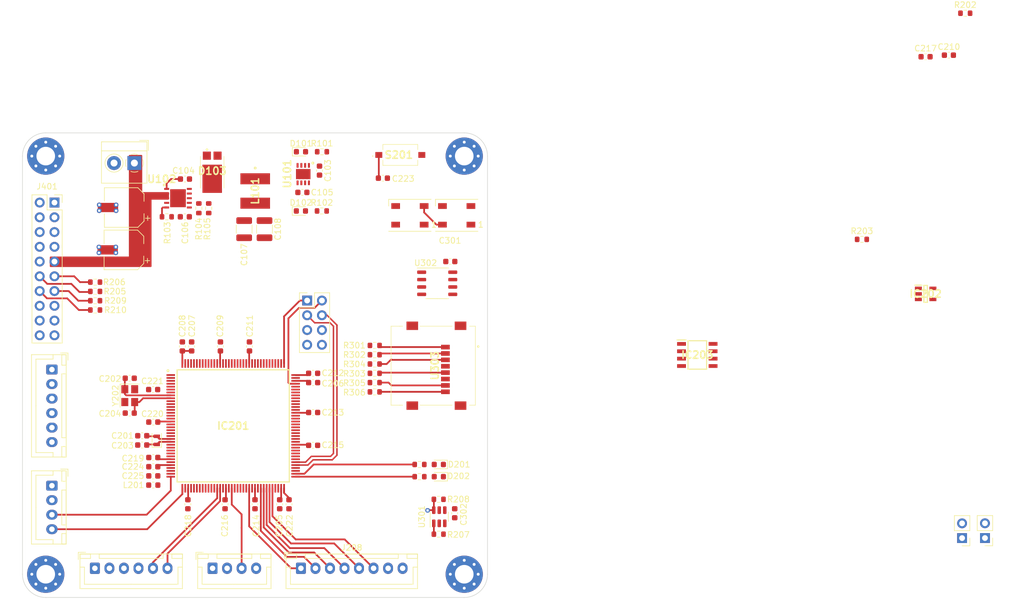
<source format=kicad_pcb>
(kicad_pcb (version 20211014) (generator pcbnew)
  (layers (0 "F.Cu" signal) (1 "In1.Cu" power) (2 "In2.Cu" signal) (31 "B.Cu" power) (34 "B.Paste" user) (35 "F.Paste" user) (36 "B.SilkS" user "B.Silkscreen") (37 "F.SilkS" user "F.Silkscreen") (38 "B.Mask" user) (39 "F.Mask" user) (44 "Edge.Cuts" user))
  (net 0 "")
  (net 1 "+12V")
  (net 2 "GND")
  (net 3 "+3V3")
  (net 4 "/Microcontroller/ADC_Sense1")
  (net 5 "/Microcontroller/ADC_Sense2")
  (net 6 "/Microcontroller/ALERT_INA238_1")
  (net 7 "/Microcontroller/ALERT_INA238_2")
  (net 8 "/Microcontroller/I2C4_SCL")
  (net 9 "/Microcontroller/I2C4_SDA")
  (net 10 "/Microcontroller/I2C2_SCL")
  (net 11 "/Microcontroller/I2C2_SDA")
  (net 12 "/Microcontroller/D2_DIR")
  (net 13 "/Microcontroller/D2_SPEED")
  (net 14 "/Microcontroller/D1_DRVOFF")
  (net 15 "/Microcontroller/D1_BREAK")
  (net 16 "/Microcontroller/D1_SPEED")
  (net 17 "/Microcontroller/D1_DIR")
  (net 18 "/Microcontroller/I2C1_SCL")
  (net 19 "/Microcontroller/I2C1_SDA")
  (net 21 "Net-(C104-Pad1)")
  (net 22 "/LMR14030_SW")
  (net 23 "+5V")
  (net 24 "Net-(C106-Pad1)")
  (net 25 "/Microcontroller/LSE_IN")
  (net 26 "/Microcontroller/HSE_IN")
  (net 27 "/Microcontroller/LSE_OUT")
  (net 28 "/Microcontroller/HSE_OUT")
  (net 29 "Net-(C205-Pad1)")
  (net 30 "Net-(C206-Pad1)")
  (net 31 "/Microcontroller/NRST")
  (net 32 "+3.3VA")
  (net 33 "Net-(D101-Pad2)")
  (net 34 "Net-(D102-Pad2)")
  (net 35 "Net-(D201-Pad2)")
  (net 36 "Net-(D202-Pad2)")
  (net 37 "/Microcontroller/PWM_LED")
  (net 38 "Net-(D203-Pad2)")
  (net 50 "/Microcontroller/SPI5_CS")
  (net 51 "/Microcontroller/SPI5_SCK")
  (net 52 "/Microcontroller/SPI5_MISO")
  (net 53 "/Microcontroller/SPI5_MOSI")
  (net 59 "/Microcontroller/PA0")
  (net 60 "/Microcontroller/PA1")
  (net 61 "/Microcontroller/UART2_TX")
  (net 62 "/Microcontroller/UART2_RX")
  (net 66 "/Microcontroller/PF11")
  (net 67 "/Microcontroller/PF12")
  (net 73 "/Microcontroller/TIM1_CH1")
  (net 75 "/Microcontroller/TIM1_CH2")
  (net 80 "/Microcontroller/LED2")
  (net 81 "/Microcontroller/LED1")
  (net 84 "/Microcontroller/UART3_TX")
  (net 85 "/Microcontroller/UART3_RX")
  (net 90 "/Microcontroller/WDI2")
  (net 91 "/Microcontroller/WDI1")
  (net 95 "/Memory and Sensor/SDIO_D0")
  (net 96 "/Memory and Sensor/SDIO_D1")
  (net 102 "/Microcontroller/SWDIO")
  (net 103 "/Microcontroller/SWCLK")
  (net 104 "/Memory and Sensor/SDIO_D2")
  (net 105 "/Memory and Sensor/SDIO_D3")
  (net 106 "/Memory and Sensor/SDIO_CLK")
  (net 109 "/Memory and Sensor/SDIO_CMD")
  (net 114 "/Memory and Sensor/FRAM_MOSI")
  (net 115 "/Memory and Sensor/FRAM_MISO")
  (net 116 "/Memory and Sensor/FRAM_HOLD")
  (net 117 "/Memory and Sensor/FRAM_SCK")
  (net 118 "/Memory and Sensor/FRAM_WP")
  (net 119 "/Memory and Sensor/FRAM_CS")
  (net 121 "/Microcontroller/BOOT0")
  (net 126 "Net-(IC202-Pad1)")
  (net 129 "Net-(IC203-Pad7)")
  (net 132 "Net-(R103-Pad1)")
  (net 133 "Net-(R104-Pad2)")
  (net 134 "Net-(R303-Pad2)")
  (net 143 "/Microcontroller/SPI4_MOSI")
  (net 144 "/Microcontroller/SPI4_MISO")
  (net 145 "/Microcontroller/SPI4_SCK")
  (net 146 "/Microcontroller/SPI4_CS")
  (footprint "Capacitor_SMD:C_0603_1608Metric" (layer "F.Cu") (at 123.15 60.25 180)
    (fp_text reference "C105")
    (fp_text value "10uF")
  )
  (footprint "Capacitor_SMD:C_0603_1608Metric" (layer "F.Cu") (at 97.5 109.066666 180)
    (fp_text reference "C225")
    (fp_text value "1u")
  )
  (footprint "Capacitor_SMD:C_0603_1608Metric" (layer "F.Cu") (at 120.85 113.95 -90)
    (fp_text reference "C222")
    (fp_text value "0.1u")
  )
  (footprint "Connector_PinHeader_2.54mm:PinHeader_2x04_P2.54mm_Vertical" (layer "F.Cu") (at 123.975 78.87)
    (fp_text reference "J209" hide)
    (fp_text value "Programming Port")
  )
  (footprint "MountingHole:MountingHole_3.2mm_M3_Pad_Via" (layer "F.Cu") (at 151 54)
    (fp_text reference "H102" hide)
    (fp_text value "M3" hide)
  )
  (footprint "LED_SMD:LED_WS2812B_PLCC4_5.0x5.0mm_P3.2mm" (layer "F.Cu") (at 149.7 64.2 180)
    (fp_text reference "D204" hide)
    (fp_text value "WS2812B")
  )
  (footprint "Resistor_SMD:R_0603_1608Metric" (layer "F.Cu") (at 107.037 62.981 -90)
    (fp_text reference "R105")
    (fp_text value "17.8k")
  )
  (footprint "Connector_JST:JST_XH_B4B-XH-A_1x04_P2.50mm_Vertical" (layer "F.Cu") (at 80.06 110.75 -90)
    (fp_text reference "J202" hide)
    (fp_text value "UART_Conn")
  )
  (footprint "MountingHole:MountingHole_3.2mm_M3_Pad_Via" (layer "F.Cu") (at 151 126)
    (fp_text reference "H104" hide)
    (fp_text value "M3" hide)
  )
  (footprint "Resistor_SMD:R_0603_1608Metric" (layer "F.Cu") (at 135.6 86.6)
    (fp_text reference "R301")
    (fp_text value "10k")
  )
  (footprint "Resistor_SMD:R_0603_1608Metric" (layer "F.Cu") (at 146.6 113.1 180)
    (fp_text reference "R208")
    (fp_text value "10k")
  )
  (footprint "Capacitor_SMD:C_0603_1608Metric" (layer "F.Cu") (at 125 91.4)
    (fp_text reference "C212")
    (fp_text value "0.1u")
  )
  (footprint "Resistor_SMD:R_0603_1608Metric" (layer "F.Cu") (at 87.5 78.9 180)
    (fp_text reference "R209")
    (fp_text value "10k")
  )
  (footprint "Capacitor_SMD:C_0603_1608Metric" (layer "F.Cu") (at 137 57.8)
    (fp_text reference "C223")
    (fp_text value "0.1u")
  )
  (footprint "Capacitor_SMD:C_0603_1608Metric" (layer "F.Cu") (at 149.36 115.5 -90)
    (fp_text reference "C302")
    (fp_text value "0.1u")
  )
  (footprint "Resistor_SMD:R_0603_1608Metric" (layer "F.Cu") (at 126.525 53.25)
    (fp_text reference "R101")
    (fp_text value "470")
  )
  (footprint "Capacitor_SMD:C_0603_1608Metric" (layer "F.Cu") (at 95.6 102.15 180)
    (fp_text reference "C201")
    (fp_text value "4p")
  )
  (footprint "Resistor_SMD:R_0603_1608Metric" (layer "F.Cu") (at 135.6 93)
    (fp_text reference "R305")
    (fp_text value "10k")
  )
  (footprint "Capacitor_SMD:C_0603_1608Metric" (layer "F.Cu") (at 97.475 94.2 180)
    (fp_text reference "C221")
    (fp_text value "0.1u")
  )
  (footprint "Capacitor_SMD:C_0603_1608Metric" (layer "F.Cu") (at 109.85 113.95 -90)
    (fp_text reference "C216")
    (fp_text value "0.1u")
  )
  (footprint "Capacitor_SMD:C_0603_1608Metric" (layer "F.Cu") (at 97.5 105.9 180)
    (fp_text reference "C219")
    (fp_text value "0.1u")
  )
  (footprint "LED_SMD:LED_0603_1608Metric" (layer "F.Cu") (at 122.9 63.45)
    (fp_text reference "D102")
    (fp_text value "GREEN")
  )
  (footprint "MountingHole:MountingHole_3.2mm_M3_Pad_Via" (layer "F.Cu") (at 79 54)
    (fp_text reference "H101" hide)
    (fp_text value "M3" hide)
  )
  (footprint "Connector_PinHeader_2.54mm:PinHeader_1x02_P2.54mm_Vertical" (layer "F.Cu") (at 240.587 119.765 180)
    (fp_text reference "J201" hide)
    (fp_text value "WDT2_EN_JUMPER")
  )
  (footprint "LED_SMD:LED_0603_1608Metric" (layer "F.Cu") (at 146.625 109.2 180)
    (fp_text reference "D202")
    (fp_text value "GREEN")
  )
  (footprint "Resistor_SMD:R_0603_1608Metric" (layer "F.Cu") (at 87.5 77.3 180)
    (fp_text reference "R205")
    (fp_text value "10k")
  )
  (footprint "Connector_JST:JST_XH_B6B-XH-A_1x06_P2.50mm_Vertical" (layer "F.Cu") (at 87.45 124.975)
    (fp_text reference "J205" hide)
    (fp_text value "GPIO_Conn")
  )
  (footprint "SamacSys_Parts:QFP50P2200X2200X160-144N" (layer "F.Cu") (at 111.25 100.45)
    (fp_text reference "IC201")
    (fp_text value "STM32H743ZIT6" hide)
  )
  (footprint "Connector_PinHeader_2.54mm:PinHeader_1x02_P2.54mm_Vertical" (layer "F.Cu") (at 236.65 119.775 180)
    (fp_text reference "J206" hide)
    (fp_text value "WDT1_EN_JUMPER")
  )
  (footprint "Capacitor_SMD:C_0603_1608Metric" (layer "F.Cu") (at 97.5 99.8 180)
    (fp_text reference "C220")
    (fp_text value "0.1u")
  )
  (footprint "Capacitor_SMD:C_0603_1608Metric" (layer "F.Cu") (at 114.05 86.775 90)
    (fp_text reference "C211")
    (fp_text value "0.1u")
  )
  (footprint "Capacitor_SMD:C_0603_1608Metric" (layer "F.Cu") (at 93.45 98.25 180)
    (fp_text reference "C204")
    (fp_text value "10p")
  )
  (footprint "Connector_JST:JST_XH_B6B-XH-A_1x06_P2.50mm_Vertical" (layer "F.Cu") (at 80.06 90.75 -90)
    (fp_text reference "J204" hide)
    (fp_text value "SPI_Conn")
  )
  (footprint "Capacitor_SMD:CP_Elec_6.3x5.4" (layer "F.Cu") (at 92.5 62.85 180)
    (fp_text reference "C102" hide)
    (fp_text value "47u")
  )
  (footprint "Capacitor_SMD:C_1210_3225Metric" (layer "F.Cu") (at 113.137 66.581 -90)
    (fp_text reference "C107")
    (fp_text value "47u")
  )
  (footprint "Resistor_SMD:R_0603_1608Metric" (layer "F.Cu") (at 135.6 89.8)
    (fp_text reference "R304")
    (fp_text value "10k")
  )
  (footprint "Resistor_SMD:R_0603_1608Metric" (layer "F.Cu") (at 135.6 88.2)
    (fp_text reference "R302")
    (fp_text value "10k")
  )
  (footprint "Capacitor_SMD:C_0603_1608Metric" (layer "F.Cu") (at 102.95 57.95)
    (fp_text reference "C104")
    (fp_text value "0.1u")
  )
  (footprint "Package_SO:SSOP-8_3.9x5.05mm_P1.27mm" (layer "F.Cu") (at 146.35 75.9)
    (fp_text reference "U302")
    (fp_text value "MB85RS64")
  )
  (footprint "Capacitor_SMD:C_1210_3225Metric" (layer "F.Cu") (at 116.637 66.581 -90)
    (fp_text reference "C108")
    (fp_text value "47u")
  )
  (footprint "Inductor_SMD:L_0603_1608Metric" (layer "F.Cu") (at 97.5 110.65 180)
    (fp_text reference "L201")
    (fp_text value "47n")
  )
  (footprint "Connector_JST:JST_XH_B4B-XH-A_1x04_P2.50mm_Vertical" (layer "F.Cu") (at 107.7 124.975)
    (fp_text reference "J203" hide)
    (fp_text value "I2C_Conn_1")
  )
  (footprint "LED_SMD:LED_0603_1608Metric" (layer "F.Cu") (at 122.9125 53.25)
    (fp_text reference "D101")
    (fp_text value "GREEN")
  )
  (footprint "Capacitor_SMD:C_0603_1608Metric" (layer "F.Cu") (at 125 103.8)
    (fp_text reference "C215")
    (fp_text value "0.1u")
  )
  (footprint "Capacitor_SMD:C_0603_1608Metric" (layer "F.Cu") (at 125 98.15)
    (fp_text reference "C213")
    (fp_text value "0.1u")
  )
  (footprint "TerminalBlock_4Ucon:TerminalBlock_4Ucon_1x02_P3.50mm_Horizontal" (layer "F.Cu") (at 94.25 55.2 180)
    (fp_text reference "J101" hide)
    (fp_text value "Terminal Block 2mm 01x02")
  )
  (footprint "Resistor_SMD:R_0603_1608Metric" (layer "F.Cu") (at 219.42 68.34)
    (fp_text reference "R203")
    (fp_text value "100k")
  )
  (footprint "Capacitor_SMD:C_0603_1608Metric" (layer "F.Cu") (at 103.45 113.95 -90)
    (fp_text reference "C218")
    (fp_text value "0.1u")
  )
  (footprint "Capacitor_SMD:C_0603_1608Metric" (layer "F.Cu") (at 148.6 72.15 180)
    (fp_text reference "C301")
    (fp_text value "0.1u")
  )
  (footprint "Connector_PinSocket_2.54mm:PinSocket_2x10_P2.54mm_Vertical" (layer "F.Cu") (at 80.5 62)
    (fp_text reference "J401")
    (fp_text value "Peripheral Connector")
  )
  (footprint "Resistor_SMD:R_0603_1608Metric" (layer "F.Cu") (at 135.6 91.4)
    (fp_text reference "R303")
    (fp_text value "22")
  )
  (footprint "Capacitor_SMD:C_0603_1608Metric" (layer "F.Cu") (at 104.1 86.775 90)
    (fp_text reference "C207")
    (fp_text value "4.7u")
  )
  (footprint "Resistor_SMD:R_0603_1608Metric" (layer "F.Cu") (at 105.337 62.981 90)
    (fp_text reference "R104")
    (fp_text value "100k")
  )
  (footprint "Capacitor_SMD:C_0603_1608Metric" (layer "F.Cu") (at 230.37 36.89)
    (fp_text reference "C217")
    (fp_text value "0.1u")
  )
  (footprint "SamacSys_Parts:SON80P400X400X80-11N-D" (layer "F.Cu") (at 101.75 61.25)
    (fp_text reference "U102")
    (fp_text value "LMR14030QDPRRQ1" hide)
  )
  (footprint "Capacitor_SMD:C_0603_1608Metric" (layer "F.Cu") (at 95.6 103.75 180)
    (fp_text reference "C203")
    (fp_text value "4p")
  )
  (footprint "Resistor_SMD:R_0603_1608Metric" (layer "F.Cu") (at 87.5 80.5 180)
    (fp_text reference "R210")
    (fp_text value "10k")
  )
  (footprint "SamacSys_Parts:SON65P300X300X100-9N-D" (layer "F.Cu") (at 123.3 57.1 -90)
    (fp_text reference "U101")
    (fp_text value "TPS78511QWDRBRQ1" hide)
  )
  (footprint "Resistor_SMD:R_0603_1608Metric" (layer "F.Cu") (at 237.2 29.4)
    (fp_text reference "R202")
    (fp_text value "0")
  )
  (footprint "Package_TO_SOT_SMD:SOT-23-6" (layer "F.Cu") (at 146.7 116.1 90)
    (fp_text reference "U301")
    (fp_text value "TMP100")
  )
  (footprint "Resistor_SMD:R_0603_1608Metric" (layer "F.Cu") (at 99.825 64.45)
    (fp_text reference "R103")
    (fp_text value "23.4k")
  )
  (footprint "Connector_JST:JST_XH_B8B-XH-A_1x08_P2.50mm_Vertical" (layer "F.Cu") (at 122.9 124.975)
    (fp_text reference "J208")
    (fp_text value "Encoder_Conn")
  )
  (footprint "SamacSys_Parts:VLS6045" (layer "F.Cu") (at 115.037 60.006 -90)
    (fp_text reference "L101")
    (fp_text value "6.8u" hide)
  )
  (footprint "Resistor_SMD:R_0603_1608Metric" (layer "F.Cu") (at 146.6 119.1 180)
    (fp_text reference "R207")
    (fp_text value "10k")
  )
  (footprint "MountingHole:MountingHole_3.2mm_M3_Pad_Via" (layer "F.Cu") (at 79 126)
    (fp_text reference "H103" hide)
    (fp_text value "M3" hide)
  )
  (footprint "SamacSys_Parts:SDT5100LP513" (layer "F.Cu") (at 107.637 56.781 180)
    (fp_text reference "D103")
    (fp_text value "SDT5100LP5-13" hide)
  )
  (footprint "Capacitor_SMD:C_0603_1608Metric" (layer "F.Cu") (at 125 93)
    (fp_text reference "C206")
    (fp_text value "2.2u")
  )
  (footprint "Capacitor_SMD:C_0603_1608Metric" (layer "F.Cu") (at 102.925 64.45 180)
    (fp_text reference "C106")
    (fp_text value "4.7n")
  )
  (footprint "Capacitor_SMD:C_0603_1608Metric" (layer "F.Cu") (at 102.5 86.775 90)
    (fp_text reference "C208")
    (fp_text value "0.1u")
  )
  (footprint "Crystal:Crystal_SMD_2012-2Pin_2.0x1.2mm" (layer "F.Cu") (at 98.1 102.95 90)
    (fp_text reference "Y201" hide)
    (fp_text value "32.768 kHz")
  )
  (footprint "Capacitor_SMD:C_0603_1608Metric" (layer "F.Cu") (at 126.1 56.5 -90)
    (fp_text reference "C103")
    (fp_text value "1uF")
  )
  (footprint "Resistor_SMD:R_0603_1608Metric" (layer "F.Cu") (at 135.6 94.6)
    (fp_text reference "R306")
    (fp_text value "10k")
  )
  (footprint "Resistor_SMD:R_0603_1608Metric" (layer "F.Cu") (at 87.5 75.7 180)
    (fp_text reference "R206")
    (fp_text value "10k")
  )
  (footprint "SamacSys_Parts:TS1101CW" (layer "F.Cu") (at 140 53.8)
    (fp_text reference "S201")
    (fp_text value "TS-1101-C-W" hide)
  )
  (footprint "Capacitor_SMD:C_0603_1608Metric" (layer "F.Cu") (at 234.38 36.62)
    (fp_text reference "C210")
    (fp_text value "0.1u")
  )
  (footprint "SamacSys_Parts:SOT95P280X145-5N" (layer "F.Cu") (at 230.378 77.724)
    (fp_text reference "IC202")
    (fp_text value "TPS3828-50QDBVRG4Q" hide)
  )
  (footprint "Resistor_SMD:R_0603_1608Metric" (layer "F.Cu") (at 143.3 109.2)
    (fp_text reference "R204" hide)
    (fp_text value "470")
  )
  (footprint "Capacitor_SMD:C_0603_1608Metric" (layer "F.Cu") (at 93.45 92.25)
    (fp_text reference "C202")
    (fp_text value "10p")
  )
  (footprint "Capacitor_SMD:C_0603_1608Metric" (layer "F.Cu") (at 115 113.95 -90)
    (fp_text reference "C214")
    (fp_text value "0.1u")
  )
  (footprint "LED_SMD:LED_0603_1608Metric" (layer "F.Cu") (at 146.625 107.1 180)
    (fp_text reference "D201")
    (fp_text value "GREEN")
  )
  (footprint "Resistor_SMD:R_0603_1608Metric" (layer "F.Cu") (at 143.3 107.1)
    (fp_text reference "R201" hide)
    (fp_text value "470")
  )
  (footprint "Resistor_SMD:R_0603_1608Metric" (layer "F.Cu") (at 126.5 63.45)
    (fp_text reference "R102")
    (fp_text value "470")
  )
  (footprint "Capacitor_SMD:CP_Elec_6.3x5.4" (layer "F.Cu") (at 92.45 70.15 180)
    (fp_text reference "C101" hide)
    (fp_text value "100u")
  )
  (footprint "LED_SMD:LED_WS2812B_PLCC4_5.0x5.0mm_P3.2mm" (layer "F.Cu") (at 141.65 64.2 180)
    (fp_text reference "D203" hide)
    (fp_text value "WS2812B")
  )
  (footprint "SamacSys_Parts:472192001" (layer "F.Cu") (at 145.961 90.091 90)
    (fp_text reference "U303")
    (fp_text value "47219-2001" hide)
  )
  (footprint "Crystal:Crystal_SMD_3225-4Pin_3.2x2.5mm" (layer "F.Cu") (at 93.45 95.25 -90)
    (fp_text reference "Y202")
    (fp_text value "16 MHz")
  )
  (footprint "Capacitor_SMD:C_0603_1608Metric" (layer "F.Cu") (at 119.25 113.95 -90)
    (fp_text reference "C205")
    (fp_text value "2.2u")
  )
  (footprint "Capacitor_SMD:C_0603_1608Metric" (layer "F.Cu") (at 97.5 107.483333 180)
    (fp_text reference "C224")
    (fp_text value "0.1u")
  )
  (footprint "Capacitor_SMD:C_0603_1608Metric" (layer "F.Cu") (at 109.05 86.775 90)
    (fp_text reference "C209")
    (fp_text value "0.1u")
  )
  (footprint "SamacSys_Parts:SOIC127P600X175-8N" (layer "F.Cu") (at 191.095 88.24)
    (fp_text reference "IC203")
    (fp_text value "MAX706RESA+T" hide)
  )
  (gr_arc (start 155 126) (mid 153.828427 128.828427) (end 151 130) (layer "Edge.Cuts") (width 0.1))
  (gr_line (start 75 126) (end 75 54) (layer "Edge.Cuts") (width 0.1))
  (gr_line (start 79 50) (end 151 50) (layer "Edge.Cuts") (width 0.1))
  (gr_arc (start 151 50) (mid 153.828427 51.171573) (end 155 54) (layer "Edge.Cuts") (width 0.1))
  (gr_arc (start 75 54) (mid 76.171573 51.171573) (end 79 50) (layer "Edge.Cuts") (width 0.1))
  (gr_arc (start 79 130) (mid 76.171573 128.828427) (end 75 126) (layer "Edge.Cuts") (width 0.1))
  (gr_line (start 155 54) (end 155 126) (layer "Edge.Cuts") (width 0.1))
  (gr_line (start 151 130) (end 79 130) (layer "Edge.Cuts") (width 0.1))
  (via (at 88.2 62.4) (size 0.8) (drill 0.4) (layers "F.Cu" "B.Cu") (net 2))
  (via (at 91.05 70.65) (size 0.8) (drill 0.4) (layers "F.Cu" "B.Cu") (net 2))
  (via (at 91.1 63.4) (size 0.8) (drill 0.4) (layers "F.Cu" "B.Cu") (net 2))
  (via (at 88.2 63.4) (size 0.8) (drill 0.4) (layers "F.Cu" "B.Cu") (net 2))
  (via (at 91.1 62.4) (size 0.8) (drill 0.4) (layers "F.Cu" "B.Cu") (net 2))
  (via (at 88.15 70.65) (size 0.8) (drill 0.4) (layers "F.Cu" "B.Cu") (net 2))
  (via (at 91.05 69.65) (size 0.8) (drill 0.4) (layers "F.Cu" "B.Cu") (net 2))
  (via (at 88.15 69.65) (size 0.8) (drill 0.4) (layers "F.Cu" "B.Cu") (net 2))
  (segment (start 120 112) (end 120.85 112.85) (width 0.3) (layer "F.Cu") (net 3))
  (segment (start 124.125 103.7) (end 124.225 103.8) (width 0.3) (layer "F.Cu") (net 3))
  (segment (start 121.988 98.2) (end 124.175 98.2) (width 0.3) (layer "F.Cu") (net 3))
  (segment (start 102.5 89.712) (end 102.5 87.55) (width 0.3) (layer "F.Cu") (net 3))
  (segment (start 123.925 91.7) (end 124.225 91.4) (width 0.3) (layer "F.Cu") (net 3))
  (segment (start 98.375 99.7) (end 98.275 99.8) (width 0.3) (layer "F.Cu") (net 3))
  (segment (start 121.988 91.7) (end 123.925 91.7) (width 0.3) (layer "F.Cu") (net 3))
  (segment (start 100.512 99.7) (end 98.375 99.7) (width 0.3) (layer "F.Cu") (net 3))
  (segment (start 115 111.188) (end 115 113.175) (width 0.3) (layer "F.Cu") (net 3))
  (segment (start 121.988 103.7) (end 124.125 103.7) (width 0.3) (layer "F.Cu") (net 3))
  (segment (start 120 111.188) (end 120 112) (width 0.3) (layer "F.Cu") (net 3))
  (segment (start 120.85 112.85) (end 120.85 113.175) (width 0.3) (layer "F.Cu") (net 3))
  (segment (start 124.175 98.2) (end 124.225 98.15) (width 0.3) (layer "F.Cu") (net 3))
  (segment (start 102.5 87.55) (end 104.1 87.55) (width 0.3) (layer "F.Cu") (net 3))
  (segment (start 110 113.025) (end 109.85 113.175) (width 0.3) (layer "F.Cu") (net 3))
  (segment (start 109 87.6) (end 109.05 87.55) (width 0.3) (layer "F.Cu") (net 3))
  (segment (start 114 87.6) (end 114.05 87.55) (width 0.3) (layer "F.Cu") (net 3))
  (segment (start 100.512 106.2) (end 98.575 106.2) (width 0.3) (layer "F.Cu") (net 3))
  (segment (start 109 89.712) (end 109 87.6) (width 0.3) (layer "F.Cu") (net 3))
  (segment (start 103.5 111.188) (end 103.5 113.125) (width 0.3) (layer "F.Cu") (net 3))
  (segment (start 110 111.188) (end 110 113.025) (width 0.3) (layer "F.Cu") (net 3))
  (segment (start 114 89.712) (end 114 87.6) (width 0.3) (layer "F.Cu") (net 3))
  (segment (start 98.575 106.2) (end 98.275 105.9) (width 0.3) (layer "F.Cu") (net 3))
  (segment (start 103.5 113.125) (end 103.45 113.175) (width 0.3) (layer "F.Cu") (net 3))
  (segment (start 111 114) (end 112.7 115.7) (width 0.3) (layer "F.Cu") (net 8))
  (segment (start 111 111.188) (end 111 114) (width 0.3) (layer "F.Cu") (net 8))
  (segment (start 112.7 118) (end 112.7 124.975) (width 0.3) (layer "F.Cu") (net 8))
  (segment (start 145.775 113.1) (end 145.775 114.9375) (width 0.3) (layer "F.Cu") (net 8))
  (segment (start 112.7 115.7) (end 112.7 115.9) (width 0.3) (layer "F.Cu") (net 8))
  (segment (start 145.75 114.9625) (end 144.7375 114.9625) (width 0.3) (layer "F.Cu") (net 8))
  (segment (start 112.7 115.9) (end 112.7 118) (width 0.3) (layer "F.Cu") (net 8))
  (segment (start 112.7 124.975) (end 112.9 124.975) (width 0.3) (layer "F.Cu") (net 8))
  (segment (start 144.7375 114.9625) (end 144.7 115) (width 0.3) (layer "F.Cu") (net 8))
  (segment (start 145.775 114.9375) (end 145.75 114.9625) (width 0.3) (layer "F.Cu") (net 8))
  (via (at 144.7 115) (size 0.8) (drill 0.4) (layers "F.Cu" "B.Cu") (net 8))
  (segment (start 115.2 124.975) (end 115.4 124.975) (width 0.3) (layer "F.Cu") (net 9))
  (segment (start 145.775 119.1) (end 145.775 117.2625) (width 0.3) (layer "F.Cu") (net 9))
  (segment (start 145.775 117.2625) (end 145.75 117.2375) (width 0.3) (layer "F.Cu") (net 9))
  (segment (start 84.693572 80.5) (end 86.675 80.5) (width 0.3) (layer "F.Cu") (net 10))
  (segment (start 82.693572 78.5) (end 84.693572 80.5) (width 0.3) (layer "F.Cu") (net 10))
  (segment (start 77.96 77.24) (end 79.22 78.5) (width 0.3) (layer "F.Cu") (net 10))
  (segment (start 79.22 78.5) (end 82.693572 78.5) (width 0.3) (layer "F.Cu") (net 10))
  (segment (start 82.94 77.24) (end 84.6 78.9) (width 0.3) (layer "F.Cu") (net 11))
  (segment (start 84.6 78.9) (end 86.675 78.9) (width 0.3) (layer "F.Cu") (net 11))
  (segment (start 80.5 77.24) (end 82.94 77.24) (width 0.3) (layer "F.Cu") (net 11))
  (segment (start 79.26 76) (end 83.4 76) (width 0.3) (layer "F.Cu") (net 18))
  (segment (start 83.4 76) (end 84.8 77.4) (width 0.3) (layer "F.Cu") (net 18))
  (segment (start 84.8 77.4) (end 86.575 77.4) (width 0.3) (layer "F.Cu") (net 18))
  (segment (start 86.575 77.4) (end 86.675 77.3) (width 0.3) (layer "F.Cu") (net 18))
  (segment (start 77.96 74.7) (end 79.26 76) (width 0.3) (layer "F.Cu") (net 18))
  (segment (start 83.9 74.7) (end 80.5 74.7) (width 0.3) (layer "F.Cu") (net 19))
  (segment (start 84.9 75.7) (end 83.9 74.7) (width 0.3) (layer "F.Cu") (net 19))
  (segment (start 86.675 75.7) (end 84.9 75.7) (width 0.3) (layer "F.Cu") (net 19))
  (segment (start 99.8 58.7) (end 100.55 57.95) (width 0.3) (layer "F.Cu") (net 21))
  (segment (start 99.8 59.65) (end 99.8 58.7) (width 0.3) (layer "F.Cu") (net 21))
  (segment (start 100.55 57.95) (end 102.175 57.95) (width 0.3) (layer "F.Cu") (net 21))
  (segment (start 103.725 59.625) (end 103.7 59.65) (width 0.3) (layer "F.Cu") (net 22))
  (segment (start 96.475 102.25) (end 96.375 102.15) (width 0.3) (layer "F.Cu") (net 25))
  (segment (start 98.1 102.25) (end 96.475 102.25) (width 0.3) (layer "F.Cu") (net 25))
  (segment (start 100.512 102.7) (end 98.55 102.7) (width 0.3) (layer "F.Cu") (net 25))
  (segment (start 98.55 102.7) (end 98.1 102.25) (width 0.3) (layer "F.Cu") (net 25))
  (segment (start 92.85 95.2) (end 92.6 94.95) (width 0.3) (layer "F.Cu") (net 26))
  (segment (start 92.6 92.325) (end 92.675 92.25) (width 0.3) (layer "F.Cu") (net 26))
  (segment (start 92.675 94.075) (end 92.6 94.15) (width 0.3) (layer "F.Cu") (net 26))
  (segment (start 92.6 94.95) (end 92.6 94.15) (width 0.3) (layer "F.Cu") (net 26))
  (segment (start 100.512 95.2) (end 92.85 95.2) (width 0.3) (layer "F.Cu") (net 26))
  (segment (start 92.6 94.15) (end 92.6 92.325) (width 0.3) (layer "F.Cu") (net 26))
  (segment (start 98.1 103.65) (end 98.55 103.2) (width 0.3) (layer "F.Cu") (net 27))
  (segment (start 96.475 103.65) (end 96.375 103.75) (width 0.3) (layer "F.Cu") (net 27))
  (segment (start 98.55 103.2) (end 100.512 103.2) (width 0.3) (layer "F.Cu") (net 27))
  (segment (start 98.1 103.65) (end 96.475 103.65) (width 0.3) (layer "F.Cu") (net 27))
  (segment (start 94.3 98.175) (end 94.225 98.25) (width 0.3) (layer "F.Cu") (net 28))
  (segment (start 95.1 96.35) (end 95.75 95.7) (width 0.3) (layer "F.Cu") (net 28))
  (segment (start 95.75 95.7) (end 100.512 95.7) (width 0.3) (layer "F.Cu") (net 28))
  (segment (start 94.225 96.425) (end 94.3 96.35) (width 0.3) (layer "F.Cu") (net 28))
  (segment (start 94.3 96.35) (end 94.3 98.175) (width 0.3) (layer "F.Cu") (net 28))
  (segment (start 94.3 96.35) (end 95.1 96.35) (width 0.3) (layer "F.Cu") (net 28))
  (segment (start 119.5 112.925) (end 119.25 113.175) (width 0.3) (layer "F.Cu") (net 29))
  (segment (start 119.5 111.188) (end 119.5 112.925) (width 0.3) (layer "F.Cu") (net 29))
  (segment (start 121.988 92.7) (end 123.925 92.7) (width 0.3) (layer "F.Cu") (net 30))
  (segment (start 123.925 92.7) (end 124.225 93) (width 0.3) (layer "F.Cu") (net 30))
  (segment (start 136.3 57.725) (end 136.3 53.8) (width 0.3) (layer "F.Cu") (net 31))
  (segment (start 136.225 57.8) (end 136.3 57.725) (width 0.3) (layer "F.Cu") (net 31))
  (segment (start 98.558333 107.2) (end 98.275 107.483333) (width 0.3) (layer "F.Cu") (net 32))
  (segment (start 100.512 107.2) (end 98.558333 107.2) (width 0.3) (layer "F.Cu") (net 32))
  (segment (start 147.25 65.8) (end 146.2 65.8) (width 0.3) (layer "F.Cu") (net 38))
  (segment (start 144.1 63.7) (end 144.1 62.6) (width 0.3) (layer "F.Cu") (net 38))
  (segment (start 146.2 65.8) (end 144.1 63.7) (width 0.3) (layer "F.Cu") (net 38))
  (segment (start 100.512 111.589478) (end 100.512 109.2) (width 0.3) (layer "F.Cu") (net 61))
  (segment (start 96.351478 115.75) (end 100.512 111.589478) (width 0.3) (layer "F.Cu") (net 61))
  (segment (start 80.06 115.75) (end 96.351478 115.75) (width 0.3) (layer "F.Cu") (net 61))
  (segment (start 96.45 118.25) (end 80.06 118.25) (width 0.3) (layer "F.Cu") (net 62))
  (segment (start 102.5 112.2) (end 96.45 118.25) (width 0.3) (layer "F.Cu") (net 62))
  (segment (start 102.5 111.188) (end 102.5 112.2) (width 0.3) (layer "F.Cu") (net 62))
  (segment (start 97.45 123.95) (end 108.5 112.9) (width 0.3) (layer "F.Cu") (net 66))
  (segment (start 108.5 112.9) (end 108.5 111.188) (width 0.3) (layer "F.Cu") (net 66))
  (segment (start 97.45 124.975) (end 97.45 123.95) (width 0.3) (layer "F.Cu") (net 66))
  (segment (start 99.95 122.45) (end 108.99952 113.40048) (width 0.3) (layer "F.Cu") (net 67))
  (segment (start 99.95 124.975) (end 99.95 122.45) (width 0.3) (layer "F.Cu") (net 67))
  (segment (start 108.99952 113.40048) (end 108.99952 111.18848) (width 0.3) (layer "F.Cu") (net 67))
  (segment (start 108.99952 111.18848) (end 109 111.188) (width 0.3) (layer "F.Cu") (net 67))
  (segment (start 114 111.188) (end 114 117.75) (width 0.3) (layer "F.Cu") (net 73))
  (segment (start 114 117.75) (end 121.225 124.975) (width 0.3) (layer "F.Cu") (net 73))
  (segment (start 121.225 124.975) (end 122.9 124.975) (width 0.3) (layer "F.Cu") (net 73))
  (segment (start 116 118.521786) (end 116 111.188) (width 0.3) (layer "F.Cu") (net 75))
  (segment (start 123.425 123) (end 120.478214 123) (width 0.3) (layer "F.Cu") (net 75))
  (segment (start 120.478214 123) (end 116 118.521786) (width 0.3) (layer "F.Cu") (net 75))
  (segment (start 125.4 124.975) (end 123.425 123) (width 0.3) (layer "F.Cu") (net 75))
  (segment (start 125.65 124.975) (end 125.4 124.975) (width 0.3) (layer "F.Cu") (net 75))
  (segment (start 121.988 109.2) (end 142.475 109.2) (width 0.3) (layer "F.Cu") (net 80))
  (segment (start 125.1 107.1) (end 142.475 107.1) (width 0.3) (layer "F.Cu") (net 81))
  (segment (start 121.988 108.7) (end 123.5 108.7) (width 0.3) (layer "F.Cu") (net 81))
  (segment (start 123.5 108.7) (end 125.1 107.1) (width 0.3) (layer "F.Cu") (net 81))
  (segment (start 129.1 83.1) (end 127.41 81.41) (width 0.25) (layer "F.Cu") (net 84))
  (segment (start 125 106.3) (end 128.3 106.3) (width 0.25) (layer "F.Cu") (net 84))
  (segment (start 128.3 106.3) (end 129.1 105.5) (width 0.25) (layer "F.Cu") (net 84))
  (segment (start 121.988 107.2) (end 124.1 107.2) (width 0.25) (layer "F.Cu") (net 84))
  (segment (start 129.1 105.5) (end 129.1 83.1) (width 0.25) (layer "F.Cu") (net 84))
  (segment (start 127.41 81.41) (end 126.515 81.41) (width 0.25) (layer "F.Cu") (net 84))
  (segment (start 124.1 107.2) (end 125 106.3) (width 0.25) (layer "F.Cu") (net 84))
  (segment (start 128.5 83.3) (end 127.9 82.7) (width 0.25) (layer "F.Cu") (net 85))
  (segment (start 121.988 106.7) (end 123.7 106.7) (width 0.25) (layer "F.Cu") (net 85))
  (segment (start 125.265 82.7) (end 123.975 81.41) (width 0.25) (layer "F.Cu") (net 85))
  (segment (start 128.5 105.2) (end 128.5 83.3) (width 0.25) (layer "F.Cu") (net 85))
  (segment (start 124.7 105.7) (end 128 105.7) (width 0.25) (layer "F.Cu") (net 85))
  (segment (start 127.9 82.7) (end 125.265 82.7) (width 0.25) (layer "F.Cu") (net 85))
  (segment (start 123.7 106.7) (end 124.7 105.7) (width 0.25) (layer "F.Cu") (net 85))
  (segment (start 128 105.7) (end 128.5 105.2) (width 0.25) (layer "F.Cu") (net 85))
  (segment (start 147.761 93.486) (end 138.464 93.486) (width 0.3) (layer "F.Cu") (net 95))
  (segment (start 137.978 93) (end 138.464 93.486) (width 0.3) (layer "F.Cu") (net 95))
  (segment (start 136.425 93) (end 137.978 93) (width 0.3) (layer "F.Cu") (net 95))
  (segment (start 136.439 94.586) (end 147.761 94.586) (width 0.3) (layer "F.Cu") (net 96))
  (segment (start 136.425 94.6) (end 136.439 94.586) (width 0.3) (layer "F.Cu") (net 96))
  (segment (start 120.75 92.998022) (end 120.75 81.95) (width 0.3) (layer "F.Cu") (net 102))
  (segment (start 120.951978 93.2) (end 120.75 92.998022) (width 0.3) (layer "F.Cu") (net 102))
  (segment (start 122.55 80.15) (end 125.235 80.15) (width 0.3) (layer "F.Cu") (net 102))
  (segment (start 125.235 80.15) (end 126.515 78.87) (width 0.3) (layer "F.Cu") (net 102))
  (segment (start 121.988 93.2) (end 120.951978 93.2) (width 0.3) (layer "F.Cu") (net 102))
  (segment (start 120.75 81.95) (end 122.55 80.15) (width 0.3) (layer "F.Cu") (net 102))
  (segment (start 120 89.712) (end 120 81.6) (width 0.3) (layer "F.Cu") (net 103))
  (segment (start 122.73 78.87) (end 123.975 78.87) (width 0.3) (layer "F.Cu") (net 103))
  (segment (start 120 81.6) (end 122.73 78.87) (width 0.3) (layer "F.Cu") (net 103))
  (segment (start 136.711 86.886) (end 136.425 86.6) (width 0.3) (layer "F.Cu") (net 104))
  (segment (start 147.761 86.886) (end 136.711 86.886) (width 0.3) (layer "F.Cu") (net 104))
  (segment (start 136.639 87.986) (end 136.425 88.2) (width 0.3) (layer "F.Cu") (net 105))
  (segment (start 147.761 87.986) (end 136.639 87.986) (width 0.3) (layer "F.Cu") (net 105))
  (segment (start 138.536 89.086) (end 138.5 89.05) (width 0.3) (layer "F.Cu") (net 109))
  (segment (start 138.4 89.05) (end 137.65 89.8) (width 0.3) (layer "F.Cu") (net 109))
  (segment (start 147.761 89.086) (end 138.536 89.086) (width 0.3) (layer "F.Cu") (net 109))
  (segment (start 137.65 89.8) (end 136.425 89.8) (width 0.3) (layer "F.Cu") (net 109))
  (segment (start 138.5 89.05) (end 138.4 89.05) (width 0.3) (layer "F.Cu") (net 109))
  (segment (start 99 64.45) (end 99 63) (width 0.3) (layer "F.Cu") (net 132))
  (segment (start 99.15 62.85) (end 99.8 62.85) (width 0.3) (layer "F.Cu") (net 132))
  (segment (start 99 63) (end 99.15 62.85) (width 0.3) (layer "F.Cu") (net 132))
  (segment (start 136.539 91.286) (end 136.425 91.4) (width 0.3) (layer "F.Cu") (net 134))
  (segment (start 147.761 91.286) (end 136.539 91.286) (width 0.3) (layer "F.Cu") (net 134))
  (segment (start 128.625 120.7) (end 121.2 120.7) (width 0.3) (layer "F.Cu") (net 143))
  (segment (start 117.5 117) (end 117.5 111.188) (width 0.3) (layer "F.Cu") (net 143))
  (segment (start 133.15 124.975) (end 132.9 124.975) (width 0.3) (layer "F.Cu") (net 143))
  (segment (start 121.2 120.7) (end 117.5 117) (width 0.3) (layer "F.Cu") (net 143))
  (segment (start 132.9 124.975) (end 128.625 120.7) (width 0.3) (layer "F.Cu") (net 143))
  (segment (start 121 121.5) (end 126.925 121.5) (width 0.3) (layer "F.Cu") (net 144))
  (segment (start 117 117.5) (end 121 121.5) (width 0.3) (layer "F.Cu") (net 144))
  (segment (start 130.4 124.975) (end 130.65 124.975) (width 0.3) (layer "F.Cu") (net 144))
  (segment (start 126.925 121.5) (end 130.4 124.975) (width 0.3) (layer "F.Cu") (net 144))
  (segment (start 117 111.188) (end 117 117.5) (width 0.3) (layer "F.Cu") (net 144))
  (segment (start 120.825 122.25) (end 125.175 122.25) (width 0.3) (layer "F.Cu") (net 145))
  (segment (start 127.9 124.975) (end 127.662507 124.975) (width 0.3) (layer "F.Cu") (net 145))
  (segment (start 116.5 111.188) (end 116.5 117.925) (width 0.3) (layer "F.Cu") (net 145))
  (segment (start 116.5 117.925) (end 120.825 122.25) (width 0.3) (layer "F.Cu") (net 145))
  (segment (start 125.175 122.25) (end 127.9 124.975) (width 0.3) (layer "F.Cu") (net 145))
  (segment (start 118 116) (end 122 120) (width 0.3) (layer "F.Cu") (net 146))
  (segment (start 135.4 124.975) (end 135.65 124.975) (width 0.3) (layer "F.Cu") (net 146))
  (segment (start 122 120) (end 130.425 120) (width 0.3) (layer "F.Cu") (net 146))
  (segment (start 130.425 120) (end 135.4 124.975) (width 0.3) (layer "F.Cu") (net 146))
  (segment (start 118 111.188) (end 118 116) (width 0.3) (layer "F.Cu") (net 146))
  (zone (net 1) (net_name "+12V") (layer "F.Cu") (connect_pads yes (clearance 0)) (min_thickness 0.254) (fill yes (thermal_gap 0.508) (thermal_bridge_width 0.508))
    (polygon (pts (xy 95.6 60.2) (xy 100.2 60.2) (xy 100.2 61.5) (xy 97.2 61.5) (xy 97.2 73.1) (xy 79.7 73.1) (xy 79.7 71.3) (xy 93.3 71.3) (xy 93.3 53.8) (xy 95.6 53.8)))
  )
)
</source>
